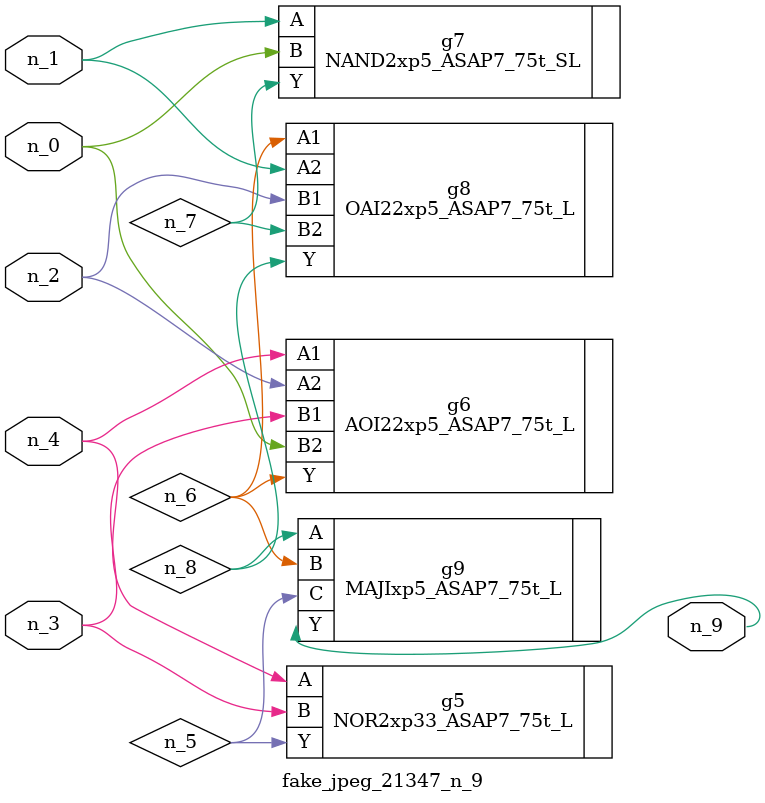
<source format=v>
module fake_jpeg_21347_n_9 (n_3, n_2, n_1, n_0, n_4, n_9);

input n_3;
input n_2;
input n_1;
input n_0;
input n_4;

output n_9;

wire n_8;
wire n_6;
wire n_5;
wire n_7;

NOR2xp33_ASAP7_75t_L g5 ( 
.A(n_4),
.B(n_3),
.Y(n_5)
);

AOI22xp5_ASAP7_75t_L g6 ( 
.A1(n_4),
.A2(n_2),
.B1(n_3),
.B2(n_0),
.Y(n_6)
);

NAND2xp5_ASAP7_75t_SL g7 ( 
.A(n_1),
.B(n_0),
.Y(n_7)
);

OAI22xp5_ASAP7_75t_L g8 ( 
.A1(n_6),
.A2(n_1),
.B1(n_2),
.B2(n_7),
.Y(n_8)
);

MAJIxp5_ASAP7_75t_L g9 ( 
.A(n_8),
.B(n_6),
.C(n_5),
.Y(n_9)
);


endmodule
</source>
